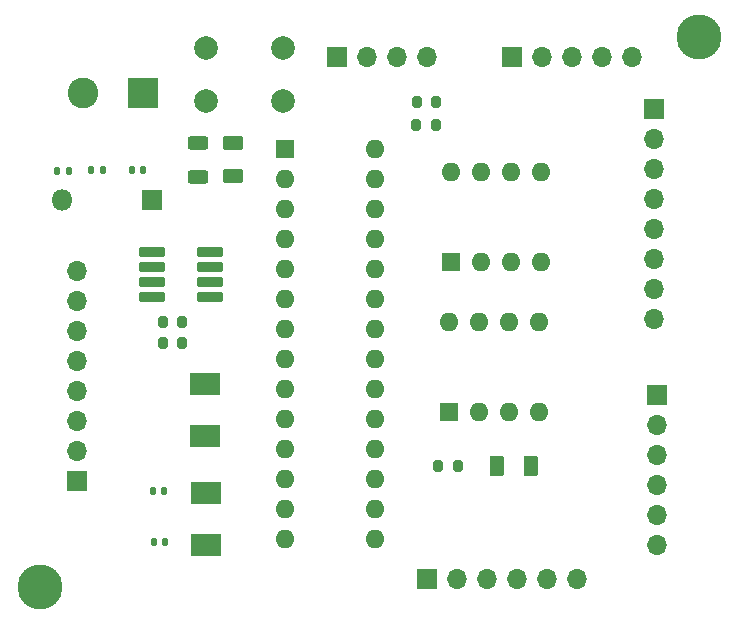
<source format=gbr>
%TF.GenerationSoftware,KiCad,Pcbnew,8.0.7*%
%TF.CreationDate,2025-04-27T20:59:36+03:00*%
%TF.ProjectId,data_logger_atmega_eeprom,64617461-5f6c-46f6-9767-65725f61746d,rev?*%
%TF.SameCoordinates,Original*%
%TF.FileFunction,Soldermask,Top*%
%TF.FilePolarity,Negative*%
%FSLAX46Y46*%
G04 Gerber Fmt 4.6, Leading zero omitted, Abs format (unit mm)*
G04 Created by KiCad (PCBNEW 8.0.7) date 2025-04-27 20:59:36*
%MOMM*%
%LPD*%
G01*
G04 APERTURE LIST*
G04 Aperture macros list*
%AMRoundRect*
0 Rectangle with rounded corners*
0 $1 Rounding radius*
0 $2 $3 $4 $5 $6 $7 $8 $9 X,Y pos of 4 corners*
0 Add a 4 corners polygon primitive as box body*
4,1,4,$2,$3,$4,$5,$6,$7,$8,$9,$2,$3,0*
0 Add four circle primitives for the rounded corners*
1,1,$1+$1,$2,$3*
1,1,$1+$1,$4,$5*
1,1,$1+$1,$6,$7*
1,1,$1+$1,$8,$9*
0 Add four rect primitives between the rounded corners*
20,1,$1+$1,$2,$3,$4,$5,0*
20,1,$1+$1,$4,$5,$6,$7,0*
20,1,$1+$1,$6,$7,$8,$9,0*
20,1,$1+$1,$8,$9,$2,$3,0*%
G04 Aperture macros list end*
%ADD10C,3.800000*%
%ADD11R,2.600000X2.600000*%
%ADD12C,2.600000*%
%ADD13RoundRect,0.140000X-0.140000X-0.170000X0.140000X-0.170000X0.140000X0.170000X-0.140000X0.170000X0*%
%ADD14R,1.700000X1.700000*%
%ADD15O,1.700000X1.700000*%
%ADD16RoundRect,0.250000X0.625000X-0.312500X0.625000X0.312500X-0.625000X0.312500X-0.625000X-0.312500X0*%
%ADD17R,2.500000X1.900000*%
%ADD18RoundRect,0.140000X0.140000X0.170000X-0.140000X0.170000X-0.140000X-0.170000X0.140000X-0.170000X0*%
%ADD19RoundRect,0.250000X0.375000X0.625000X-0.375000X0.625000X-0.375000X-0.625000X0.375000X-0.625000X0*%
%ADD20O,1.600000X1.600000*%
%ADD21R,1.600000X1.600000*%
%ADD22RoundRect,0.250000X0.625000X-0.375000X0.625000X0.375000X-0.625000X0.375000X-0.625000X-0.375000X0*%
%ADD23RoundRect,0.099250X-0.987750X-0.297750X0.987750X-0.297750X0.987750X0.297750X-0.987750X0.297750X0*%
%ADD24RoundRect,0.200000X0.200000X0.275000X-0.200000X0.275000X-0.200000X-0.275000X0.200000X-0.275000X0*%
%ADD25R,1.800000X1.800000*%
%ADD26O,1.800000X1.800000*%
%ADD27RoundRect,0.200000X-0.200000X-0.275000X0.200000X-0.275000X0.200000X0.275000X-0.200000X0.275000X0*%
%ADD28C,2.000000*%
G04 APERTURE END LIST*
D10*
%TO.C,H2*%
X127180000Y-95810000D03*
%TD*%
%TO.C,H1*%
X182960000Y-49250000D03*
%TD*%
D11*
%TO.C,J7*%
X135895000Y-54025000D03*
D12*
X130815000Y-54025000D03*
%TD*%
D13*
%TO.C,C5*%
X134970000Y-60560000D03*
X135930000Y-60560000D03*
%TD*%
%TO.C,C4*%
X131530000Y-60520000D03*
X132490000Y-60520000D03*
%TD*%
%TO.C,C3*%
X128640000Y-60600000D03*
X129600000Y-60600000D03*
%TD*%
D14*
%TO.C,J1*%
X152290000Y-50990000D03*
D15*
X154830000Y-50990000D03*
X157370000Y-50990000D03*
X159910000Y-50990000D03*
%TD*%
D16*
%TO.C,R5*%
X140550000Y-61152500D03*
X140550000Y-58227500D03*
%TD*%
D17*
%TO.C,Y2*%
X141110000Y-78610000D03*
X141110000Y-83010000D03*
%TD*%
D14*
%TO.C,J6*%
X179150000Y-55405000D03*
D15*
X179150000Y-57945000D03*
X179150000Y-60485000D03*
X179150000Y-63025000D03*
X179150000Y-65565000D03*
X179150000Y-68105000D03*
X179150000Y-70645000D03*
X179150000Y-73185000D03*
%TD*%
D14*
%TO.C,J5*%
X130310000Y-86900000D03*
D15*
X130310000Y-84360000D03*
X130310000Y-81820000D03*
X130310000Y-79280000D03*
X130310000Y-76740000D03*
X130310000Y-74200000D03*
X130310000Y-71660000D03*
X130310000Y-69120000D03*
%TD*%
D18*
%TO.C,C2*%
X137770000Y-91990000D03*
X136810000Y-91990000D03*
%TD*%
D19*
%TO.C,D3*%
X168710000Y-85550000D03*
X165910000Y-85550000D03*
%TD*%
D20*
%TO.C,U2*%
X161820000Y-73410000D03*
X164360000Y-73410000D03*
X166900000Y-73410000D03*
X169440000Y-73410000D03*
X169440000Y-81030000D03*
X166900000Y-81030000D03*
X164360000Y-81030000D03*
D21*
X161820000Y-81030000D03*
%TD*%
D22*
%TO.C,D2*%
X143510000Y-61070000D03*
X143510000Y-58270000D03*
%TD*%
D14*
%TO.C,J3*%
X159930000Y-95150000D03*
D15*
X162470000Y-95150000D03*
X165010000Y-95150000D03*
X167550000Y-95150000D03*
X170090000Y-95150000D03*
X172630000Y-95150000D03*
%TD*%
D21*
%TO.C,U3*%
X161950000Y-68350000D03*
D20*
X164490000Y-68350000D03*
X167030000Y-68350000D03*
X169570000Y-68350000D03*
X169570000Y-60730000D03*
X167030000Y-60730000D03*
X164490000Y-60730000D03*
X161950000Y-60730000D03*
%TD*%
D23*
%TO.C,U4*%
X136655000Y-67435000D03*
X136655000Y-68705000D03*
X136655000Y-69975000D03*
X136655000Y-71245000D03*
X141605000Y-71245000D03*
X141605000Y-69975000D03*
X141605000Y-68705000D03*
X141605000Y-67435000D03*
%TD*%
D24*
%TO.C,R4*%
X139235000Y-73440000D03*
X137585000Y-73440000D03*
%TD*%
D25*
%TO.C,D1*%
X136630000Y-63030000D03*
D26*
X129010000Y-63030000D03*
%TD*%
D14*
%TO.C,J2*%
X167110000Y-50940000D03*
D15*
X169650000Y-50940000D03*
X172190000Y-50940000D03*
X174730000Y-50940000D03*
X177270000Y-50940000D03*
%TD*%
D27*
%TO.C,R3*%
X137575000Y-75180000D03*
X139225000Y-75180000D03*
%TD*%
D17*
%TO.C,Y1*%
X141240000Y-92300000D03*
X141240000Y-87900000D03*
%TD*%
D21*
%TO.C,U1*%
X147890000Y-58740000D03*
D20*
X147890000Y-61280000D03*
X147890000Y-63820000D03*
X147890000Y-66360000D03*
X147890000Y-68900000D03*
X147890000Y-71440000D03*
X147890000Y-73980000D03*
X147890000Y-76520000D03*
X147890000Y-79060000D03*
X147890000Y-81600000D03*
X147890000Y-84140000D03*
X147890000Y-86680000D03*
X147890000Y-89220000D03*
X147890000Y-91760000D03*
X155510000Y-91760000D03*
X155510000Y-89220000D03*
X155510000Y-86680000D03*
X155510000Y-84140000D03*
X155510000Y-81600000D03*
X155510000Y-79060000D03*
X155510000Y-76520000D03*
X155510000Y-73980000D03*
X155510000Y-71440000D03*
X155510000Y-68900000D03*
X155510000Y-66360000D03*
X155510000Y-63820000D03*
X155510000Y-61280000D03*
X155510000Y-58740000D03*
%TD*%
D18*
%TO.C,C1*%
X137680000Y-87700000D03*
X136720000Y-87700000D03*
%TD*%
D14*
%TO.C,J4*%
X179430000Y-79610000D03*
D15*
X179430000Y-82150000D03*
X179430000Y-84690000D03*
X179430000Y-87230000D03*
X179430000Y-89770000D03*
X179430000Y-92310000D03*
%TD*%
D24*
%TO.C,R2*%
X160685000Y-56710000D03*
X159035000Y-56710000D03*
%TD*%
D27*
%TO.C,R6*%
X160875000Y-85560000D03*
X162525000Y-85560000D03*
%TD*%
D24*
%TO.C,R1*%
X160745000Y-54760000D03*
X159095000Y-54760000D03*
%TD*%
D28*
%TO.C,SW1*%
X141230000Y-50200000D03*
X147730000Y-50200000D03*
X141230000Y-54700000D03*
X147730000Y-54700000D03*
%TD*%
M02*

</source>
